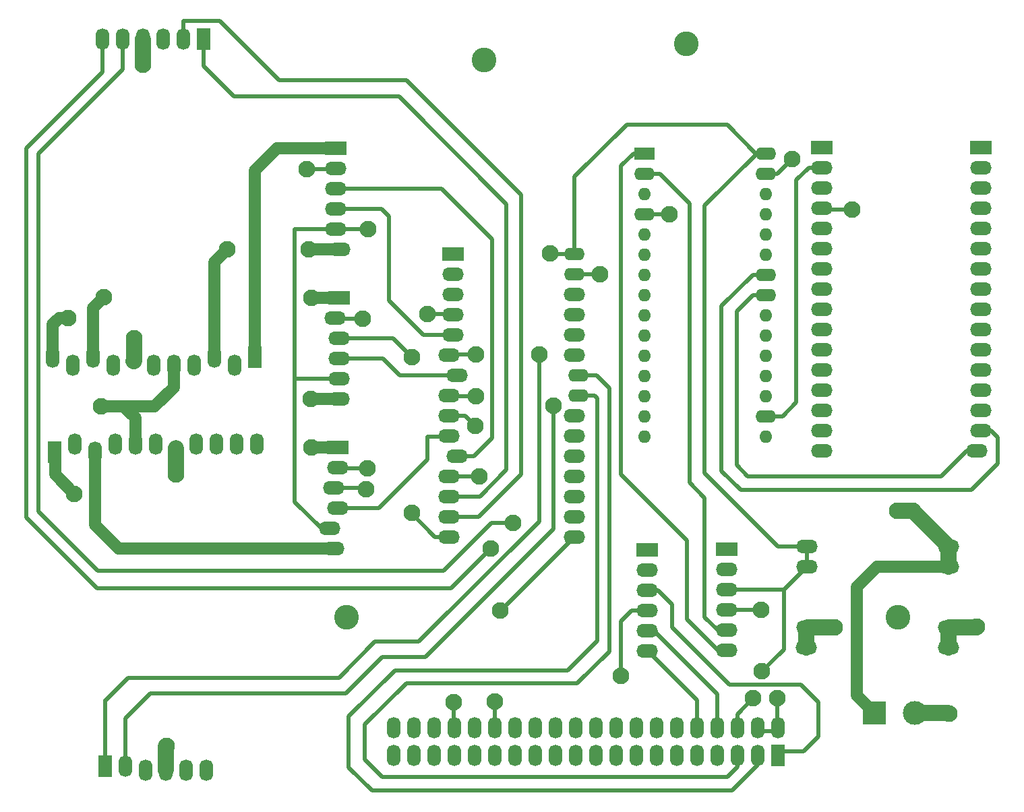
<source format=gbr>
%TF.GenerationSoftware,KiCad,Pcbnew,(5.1.10)-1*%
%TF.CreationDate,2021-09-16T12:18:45+00:00*%
%TF.ProjectId,LMR,4c4d522e-6b69-4636-9164-5f7063625858,rev?*%
%TF.SameCoordinates,Original*%
%TF.FileFunction,Copper,L2,Bot*%
%TF.FilePolarity,Positive*%
%FSLAX46Y46*%
G04 Gerber Fmt 4.6, Leading zero omitted, Abs format (unit mm)*
G04 Created by KiCad (PCBNEW (5.1.10)-1) date 2021-09-16 12:18:45*
%MOMM*%
%LPD*%
G01*
G04 APERTURE LIST*
%TA.AperFunction,ComponentPad*%
%ADD10C,3.000000*%
%TD*%
%TA.AperFunction,ComponentPad*%
%ADD11R,3.000000X3.000000*%
%TD*%
%TA.AperFunction,ComponentPad*%
%ADD12O,1.700000X2.700000*%
%TD*%
%TA.AperFunction,ComponentPad*%
%ADD13R,1.700000X2.700000*%
%TD*%
%TA.AperFunction,ComponentPad*%
%ADD14O,2.700000X1.700000*%
%TD*%
%TA.AperFunction,ComponentPad*%
%ADD15R,2.700000X1.700000*%
%TD*%
%TA.AperFunction,ComponentPad*%
%ADD16O,1.600000X1.600000*%
%TD*%
%TA.AperFunction,ComponentPad*%
%ADD17O,2.600000X1.600000*%
%TD*%
%TA.AperFunction,ComponentPad*%
%ADD18R,2.600000X1.600000*%
%TD*%
%TA.AperFunction,ViaPad*%
%ADD19C,3.100000*%
%TD*%
%TA.AperFunction,ViaPad*%
%ADD20C,2.100000*%
%TD*%
%TA.AperFunction,Conductor*%
%ADD21C,0.500000*%
%TD*%
%TA.AperFunction,Conductor*%
%ADD22C,2.000000*%
%TD*%
%TA.AperFunction,Conductor*%
%ADD23C,1.500000*%
%TD*%
G04 APERTURE END LIST*
D10*
%TO.P,J5,2*%
%TO.N,GND*%
X9880000Y-102200000D03*
D11*
%TO.P,J5,1*%
%TO.N,VCC*%
X4800000Y-102200000D03*
%TD*%
D12*
%TO.P,J4,40*%
%TO.N,Net-(J4-Pad40)*%
X-55610000Y-104060000D03*
%TO.P,J4,39*%
%TO.N,GND*%
X-55610000Y-107600000D03*
%TO.P,J4,38*%
%TO.N,Net-(J4-Pad38)*%
X-53070000Y-104060000D03*
%TO.P,J4,37*%
%TO.N,Net-(J4-Pad37)*%
X-53070000Y-107600000D03*
%TO.P,J4,36*%
%TO.N,Net-(J4-Pad36)*%
X-50530000Y-104060000D03*
%TO.P,J4,35*%
%TO.N,Net-(J4-Pad35)*%
X-50530000Y-107600000D03*
%TO.P,J4,34*%
%TO.N,GND*%
X-47990000Y-104060000D03*
%TO.P,J4,33*%
%TO.N,Net-(J4-Pad33)*%
X-47990000Y-107600000D03*
%TO.P,J4,32*%
%TO.N,Net-(J4-Pad32)*%
X-45450000Y-104060000D03*
%TO.P,J4,31*%
%TO.N,Net-(J4-Pad31)*%
X-45450000Y-107600000D03*
%TO.P,J4,30*%
%TO.N,GND*%
X-42910000Y-104060000D03*
%TO.P,J4,29*%
%TO.N,Net-(J4-Pad29)*%
X-42910000Y-107600000D03*
%TO.P,J4,28*%
%TO.N,Net-(J4-Pad28)*%
X-40370000Y-104060000D03*
%TO.P,J4,27*%
%TO.N,Net-(J4-Pad27)*%
X-40370000Y-107600000D03*
%TO.P,J4,26*%
%TO.N,Net-(J4-Pad26)*%
X-37830000Y-104060000D03*
%TO.P,J4,25*%
%TO.N,GND*%
X-37830000Y-107600000D03*
%TO.P,J4,24*%
%TO.N,Net-(J4-Pad24)*%
X-35290000Y-104060000D03*
%TO.P,J4,23*%
%TO.N,Net-(J4-Pad23)*%
X-35290000Y-107600000D03*
%TO.P,J4,22*%
%TO.N,Net-(J4-Pad22)*%
X-32750000Y-104060000D03*
%TO.P,J4,21*%
%TO.N,Net-(J4-Pad21)*%
X-32750000Y-107600000D03*
%TO.P,J4,20*%
%TO.N,GND*%
X-30210000Y-104060000D03*
%TO.P,J4,19*%
%TO.N,Net-(J4-Pad19)*%
X-30210000Y-107600000D03*
%TO.P,J4,18*%
%TO.N,Net-(J4-Pad18)*%
X-27670000Y-104060000D03*
%TO.P,J4,17*%
%TO.N,+3V3*%
X-27670000Y-107600000D03*
%TO.P,J4,16*%
%TO.N,Net-(J4-Pad16)*%
X-25130000Y-104060000D03*
%TO.P,J4,15*%
%TO.N,Net-(J4-Pad15)*%
X-25130000Y-107600000D03*
%TO.P,J4,14*%
%TO.N,GND*%
X-22590000Y-104060000D03*
%TO.P,J4,13*%
%TO.N,Net-(J4-Pad13)*%
X-22590000Y-107600000D03*
%TO.P,J4,12*%
%TO.N,Net-(J4-Pad12)*%
X-20050000Y-104060000D03*
%TO.P,J4,11*%
%TO.N,Net-(J4-Pad11)*%
X-20050000Y-107600000D03*
%TO.P,J4,10*%
%TO.N,RXD*%
X-17510000Y-104060000D03*
%TO.P,J4,9*%
%TO.N,GND*%
X-17510000Y-107600000D03*
%TO.P,J4,8*%
%TO.N,TXD*%
X-14970000Y-104060000D03*
%TO.P,J4,7*%
%TO.N,Net-(J4-Pad7)*%
X-14970000Y-107600000D03*
%TO.P,J4,6*%
%TO.N,GND*%
X-12430000Y-104060000D03*
%TO.P,J4,5*%
%TO.N,SCL*%
X-12430000Y-107600000D03*
%TO.P,J4,4*%
%TO.N,+5V*%
X-9890000Y-104060000D03*
%TO.P,J4,3*%
%TO.N,SDA*%
X-9890000Y-107600000D03*
%TO.P,J4,2*%
%TO.N,+5V*%
X-7350000Y-104060000D03*
D13*
%TO.P,J4,1*%
%TO.N,+3V3*%
X-7350000Y-107600000D03*
%TD*%
D14*
%TO.P,U5,4*%
%TO.N,GND*%
X-3718320Y-94031400D03*
%TO.P,U5,8*%
%TO.N,VCC*%
X14151680Y-81311400D03*
%TO.P,U5,6*%
%TO.N,GND*%
X14151680Y-91471400D03*
%TO.P,U5,7*%
%TO.N,VCC*%
X14151680Y-83851400D03*
%TO.P,U5,2*%
%TO.N,+5V*%
X-3668320Y-83861400D03*
%TO.P,U5,1*%
X-3668320Y-81321400D03*
%TO.P,U5,3*%
%TO.N,GND*%
X-3668320Y-91481400D03*
%TO.P,U5,5*%
X14111680Y-94021400D03*
%TD*%
%TO.P,U4,21*%
%TO.N,Net-(U4-Pad21)*%
X18200000Y-59140000D03*
%TO.P,U4,22*%
%TO.N,Net-(U4-Pad22)*%
X18200000Y-56600000D03*
%TO.P,U4,29*%
%TO.N,Net-(U4-Pad29)*%
X18200000Y-38820000D03*
%TO.P,U4,28*%
%TO.N,Net-(U4-Pad28)*%
X18200000Y-41360000D03*
%TO.P,U4,31*%
%TO.N,Net-(U4-Pad31)*%
X18200000Y-33740000D03*
%TO.P,U4,23*%
%TO.N,Net-(U4-Pad23)*%
X18200000Y-54060000D03*
%TO.P,U4,30*%
%TO.N,Net-(U4-Pad30)*%
X18200000Y-36280000D03*
%TO.P,U4,24*%
%TO.N,Net-(U4-Pad24)*%
X18200000Y-51520000D03*
%TO.P,U4,19*%
%TO.N,Net-(U4-Pad19)*%
X18200000Y-64220000D03*
D15*
%TO.P,U4,32*%
%TO.N,Net-(U4-Pad32)*%
X18200000Y-31200000D03*
D14*
%TO.P,U4,20*%
%TO.N,Net-(U4-Pad20)*%
X18200000Y-61680000D03*
%TO.P,U4,26*%
%TO.N,Net-(U4-Pad26)*%
X18200000Y-46440000D03*
%TO.P,U4,17*%
%TO.N,SDA_IMU*%
X17700000Y-69300000D03*
%TO.P,U4,25*%
%TO.N,Net-(U4-Pad25)*%
X18200000Y-48980000D03*
%TO.P,U4,27*%
%TO.N,Net-(U4-Pad27)*%
X18200000Y-43900000D03*
%TO.P,U4,18*%
%TO.N,SCL_IMU*%
X18200000Y-66760000D03*
%TO.P,U4,16*%
%TO.N,Net-(U4-Pad16)*%
X-1800000Y-69300000D03*
%TO.P,U4,15*%
%TO.N,Net-(U4-Pad15)*%
X-1800000Y-66760000D03*
%TO.P,U4,14*%
%TO.N,Net-(U4-Pad14)*%
X-1800000Y-64220000D03*
%TO.P,U4,13*%
%TO.N,Net-(U4-Pad13)*%
X-1800000Y-61680000D03*
%TO.P,U4,12*%
%TO.N,Net-(U4-Pad12)*%
X-1800000Y-59140000D03*
%TO.P,U4,11*%
%TO.N,Net-(U4-Pad11)*%
X-1800000Y-56600000D03*
%TO.P,U4,10*%
%TO.N,Net-(U4-Pad10)*%
X-1800000Y-54060000D03*
%TO.P,U4,9*%
%TO.N,Net-(U4-Pad9)*%
X-1800000Y-51520000D03*
%TO.P,U4,8*%
%TO.N,Net-(U4-Pad8)*%
X-1800000Y-48980000D03*
%TO.P,U4,7*%
%TO.N,Net-(U4-Pad7)*%
X-1800000Y-46440000D03*
%TO.P,U4,6*%
%TO.N,Net-(U4-Pad6)*%
X-1800000Y-43900000D03*
%TO.P,U4,5*%
%TO.N,Net-(U4-Pad5)*%
X-1800000Y-41360000D03*
%TO.P,U4,4*%
%TO.N,GND*%
X-1800000Y-38820000D03*
%TO.P,U4,3*%
%TO.N,Net-(U4-Pad3)*%
X-1800000Y-36280000D03*
%TO.P,U4,2*%
%TO.N,+3.3VA*%
X-1800000Y-33740000D03*
D15*
%TO.P,U4,1*%
%TO.N,Net-(U4-Pad1)*%
X-1800000Y-31200000D03*
%TD*%
D14*
%TO.P,U3,8*%
%TO.N,RXA*%
X-13709120Y-91842120D03*
%TO.P,U3,7*%
%TO.N,TXA*%
X-13709120Y-94382120D03*
%TO.P,U3,10*%
%TO.N,+5V*%
X-13709120Y-86762120D03*
%TO.P,U3,11*%
%TO.N,Net-(U3-Pad11)*%
X-13709120Y-84222120D03*
%TO.P,U3,9*%
%TO.N,GND*%
X-13709120Y-89302120D03*
D15*
%TO.P,U3,12*%
%TO.N,Net-(U3-Pad12)*%
X-13709120Y-81682120D03*
D14*
%TO.P,U3,6*%
%TO.N,RXD*%
X-23709120Y-94432120D03*
%TO.P,U3,5*%
%TO.N,TXD*%
X-23709120Y-91892120D03*
%TO.P,U3,4*%
%TO.N,GND*%
X-23709120Y-89352120D03*
%TO.P,U3,3*%
%TO.N,+3V3*%
X-23709120Y-86812120D03*
%TO.P,U3,2*%
%TO.N,Net-(U3-Pad2)*%
X-23709120Y-84272120D03*
D15*
%TO.P,U3,1*%
%TO.N,Net-(U3-Pad1)*%
X-23709120Y-81732120D03*
%TD*%
D12*
%TO.P,U2,16*%
%TO.N,Motor1_PWM2*%
X-81975000Y-17575000D03*
%TO.P,U2,15*%
%TO.N,Net-(U2-Pad15)*%
X-84515000Y-17575000D03*
%TO.P,U2,14*%
%TO.N,GND*%
X-87055000Y-17575000D03*
%TO.P,U2,13*%
%TO.N,Motor2_PWM1*%
X-89595000Y-17575000D03*
%TO.P,U2,12*%
%TO.N,Motor2_PWM2*%
X-92135000Y-17575000D03*
D13*
%TO.P,U2,17*%
%TO.N,Motor1_PWM1*%
X-79435000Y-17575000D03*
D12*
%TO.P,U2,11*%
%TO.N,Motor2_M2*%
X-98420000Y-57560000D03*
%TO.P,U2,10*%
%TO.N,Net-(U2-Pad10)*%
X-95880000Y-58560000D03*
%TO.P,U2,9*%
%TO.N,Motor2_M1*%
X-93340000Y-57560000D03*
%TO.P,U2,8*%
%TO.N,Net-(U2-Pad8)*%
X-90800000Y-58560000D03*
%TO.P,U2,7*%
%TO.N,GND*%
X-88260000Y-57560000D03*
%TO.P,U2,6*%
%TO.N,Net-(U2-Pad6)*%
X-85720000Y-58560000D03*
%TO.P,U2,5*%
%TO.N,VCC*%
X-83180000Y-58560000D03*
%TO.P,U2,4*%
%TO.N,Net-(U2-Pad4)*%
X-80640000Y-58560000D03*
%TO.P,U2,3*%
%TO.N,Motor1_M2*%
X-78100000Y-57560000D03*
%TO.P,U2,2*%
%TO.N,Net-(U2-Pad2)*%
X-75560000Y-58560000D03*
D13*
%TO.P,U2,1*%
%TO.N,Motor1_M1*%
X-73020000Y-57560000D03*
%TD*%
D12*
%TO.P,U1,16*%
%TO.N,Motor3_PWM2*%
X-89225000Y-108925000D03*
%TO.P,U1,15*%
%TO.N,Net-(U1-Pad15)*%
X-86685000Y-109425000D03*
%TO.P,U1,14*%
%TO.N,GND*%
X-84145000Y-109425000D03*
%TO.P,U1,13*%
%TO.N,Net-(U1-Pad13)*%
X-81605000Y-109425000D03*
%TO.P,U1,12*%
%TO.N,Net-(U1-Pad12)*%
X-79065000Y-109425000D03*
D13*
%TO.P,U1,17*%
%TO.N,Motor3_PWM1*%
X-91765000Y-108925000D03*
D12*
%TO.P,U1,11*%
%TO.N,Net-(U1-Pad11)*%
X-72780000Y-68440000D03*
%TO.P,U1,10*%
%TO.N,Net-(U1-Pad10)*%
X-75320000Y-68440000D03*
%TO.P,U1,9*%
%TO.N,Net-(U1-Pad9)*%
X-77860000Y-68440000D03*
%TO.P,U1,8*%
%TO.N,Net-(U1-Pad8)*%
X-80400000Y-68440000D03*
%TO.P,U1,7*%
%TO.N,GND*%
X-82940000Y-69440000D03*
%TO.P,U1,6*%
%TO.N,Net-(U1-Pad6)*%
X-85480000Y-68440000D03*
%TO.P,U1,5*%
%TO.N,VCC*%
X-88020000Y-68440000D03*
%TO.P,U1,4*%
%TO.N,Net-(U1-Pad4)*%
X-90560000Y-68440000D03*
%TO.P,U1,3*%
%TO.N,Motor3_M2*%
X-93100000Y-69440000D03*
%TO.P,U1,2*%
%TO.N,Net-(U1-Pad2)*%
X-95640000Y-68440000D03*
D13*
%TO.P,U1,1*%
%TO.N,Motor3_M1*%
X-98180000Y-69440000D03*
%TD*%
D14*
%TO.P,J3,6*%
%TO.N,Motor3_M2*%
X-63101600Y-81600200D03*
%TO.P,J3,5*%
%TO.N,+5V*%
X-63601600Y-79060200D03*
%TO.P,J3,4*%
%TO.N,Motor3_A*%
X-62601600Y-76520200D03*
%TO.P,J3,3*%
%TO.N,Motor3_B*%
X-63101600Y-73980200D03*
%TO.P,J3,2*%
%TO.N,GND*%
X-62601600Y-71440200D03*
D15*
%TO.P,J3,1*%
%TO.N,Motor3_M1*%
X-62601600Y-68900200D03*
%TD*%
D14*
%TO.P,J2,6*%
%TO.N,Motor2_M2*%
X-62439040Y-62768640D03*
%TO.P,J2,5*%
%TO.N,+5V*%
X-62439040Y-60228640D03*
%TO.P,J2,4*%
%TO.N,Motor2_A*%
X-62439040Y-57688640D03*
%TO.P,J2,3*%
%TO.N,Motor2_B*%
X-62439040Y-55148640D03*
%TO.P,J2,2*%
%TO.N,GND*%
X-62939040Y-52608640D03*
D15*
%TO.P,J2,1*%
%TO.N,Motor2_M1*%
X-62439040Y-50068640D03*
%TD*%
D14*
%TO.P,J1,6*%
%TO.N,Motor1_M2*%
X-62352680Y-43987880D03*
%TO.P,J1,5*%
%TO.N,+5V*%
X-62852680Y-41447880D03*
%TO.P,J1,4*%
%TO.N,Motor1_A*%
X-62852680Y-38907880D03*
%TO.P,J1,3*%
%TO.N,Motor1_B*%
X-62852680Y-36367880D03*
%TO.P,J1,2*%
%TO.N,GND*%
X-62852680Y-33827880D03*
D15*
%TO.P,J1,1*%
%TO.N,Motor1_M1*%
X-62852680Y-31287880D03*
%TD*%
D16*
%TO.P,A2,16*%
%TO.N,Net-(A2-Pad16)*%
X-8845040Y-67487800D03*
%TO.P,A2,15*%
%TO.N,Net-(A2-Pad15)*%
X-24085040Y-67487800D03*
D17*
%TO.P,A2,30*%
%TO.N,+5V*%
X-8845040Y-31927800D03*
D16*
%TO.P,A2,14*%
%TO.N,Net-(A2-Pad14)*%
X-24085040Y-64947800D03*
D17*
%TO.P,A2,29*%
%TO.N,GND*%
X-8845040Y-34467800D03*
D16*
%TO.P,A2,13*%
%TO.N,Net-(A2-Pad13)*%
X-24085040Y-62407800D03*
%TO.P,A2,28*%
%TO.N,Net-(A2-Pad28)*%
X-8845040Y-37007800D03*
%TO.P,A2,12*%
%TO.N,Net-(A2-Pad12)*%
X-24085040Y-59867800D03*
%TO.P,A2,27*%
%TO.N,Net-(A2-Pad27)*%
X-8845040Y-39547800D03*
%TO.P,A2,11*%
%TO.N,Net-(A2-Pad11)*%
X-24085040Y-57327800D03*
%TO.P,A2,26*%
%TO.N,Net-(A2-Pad26)*%
X-8845040Y-42087800D03*
%TO.P,A2,10*%
%TO.N,Net-(A2-Pad10)*%
X-24085040Y-54787800D03*
%TO.P,A2,25*%
%TO.N,Net-(A2-Pad25)*%
X-8845040Y-44627800D03*
%TO.P,A2,9*%
%TO.N,Net-(A2-Pad9)*%
X-24085040Y-52247800D03*
D17*
%TO.P,A2,24*%
%TO.N,SCL_IMU*%
X-8845040Y-47167800D03*
D16*
%TO.P,A2,8*%
%TO.N,Net-(A2-Pad8)*%
X-24085040Y-49707800D03*
D17*
%TO.P,A2,23*%
%TO.N,SDA_IMU*%
X-8845040Y-49707800D03*
D16*
%TO.P,A2,7*%
%TO.N,Net-(A2-Pad7)*%
X-24085040Y-47167800D03*
%TO.P,A2,22*%
%TO.N,Net-(A2-Pad22)*%
X-8845040Y-52247800D03*
%TO.P,A2,6*%
%TO.N,Net-(A2-Pad6)*%
X-24085040Y-44627800D03*
%TO.P,A2,21*%
%TO.N,Net-(A2-Pad21)*%
X-8845040Y-54787800D03*
%TO.P,A2,5*%
%TO.N,Net-(A2-Pad5)*%
X-24085040Y-42087800D03*
%TO.P,A2,20*%
%TO.N,Net-(A2-Pad20)*%
X-8845040Y-57327800D03*
D17*
%TO.P,A2,4*%
%TO.N,GND*%
X-24085040Y-39547800D03*
D16*
%TO.P,A2,19*%
%TO.N,Net-(A2-Pad19)*%
X-8845040Y-59867800D03*
%TO.P,A2,3*%
%TO.N,Net-(A2-Pad3)*%
X-24085040Y-37007800D03*
%TO.P,A2,18*%
%TO.N,Net-(A2-Pad18)*%
X-8845040Y-62407800D03*
D17*
%TO.P,A2,2*%
%TO.N,RXA*%
X-24085040Y-34467800D03*
%TO.P,A2,17*%
%TO.N,+3.3VA*%
X-8845040Y-64947800D03*
D18*
%TO.P,A2,1*%
%TO.N,TXA*%
X-24085040Y-31927800D03*
%TD*%
D14*
%TO.P,A1,16*%
%TO.N,Motor3_B*%
X-32858800Y-80129600D03*
%TO.P,A1,15*%
%TO.N,Motor2_B*%
X-48598800Y-80129600D03*
D17*
%TO.P,A1,30*%
%TO.N,+5V*%
X-32858800Y-44569600D03*
D14*
%TO.P,A1,14*%
%TO.N,Motor1_PWM2*%
X-48598800Y-77589600D03*
D17*
%TO.P,A1,29*%
%TO.N,GND*%
X-32858800Y-47109600D03*
D14*
%TO.P,A1,13*%
%TO.N,Motor1_PWM1*%
X-48598800Y-75049600D03*
%TO.P,A1,28*%
%TO.N,Net-(A1-Pad28)*%
X-32858800Y-49649600D03*
%TO.P,A1,12*%
%TO.N,Motor2_PWM2*%
X-48598800Y-72509600D03*
%TO.P,A1,27*%
%TO.N,Net-(A1-Pad27)*%
X-32858800Y-52189600D03*
%TO.P,A1,11*%
%TO.N,Motor1_B*%
X-47598800Y-69969600D03*
%TO.P,A1,26*%
%TO.N,Net-(A1-Pad26)*%
X-32858800Y-54729600D03*
%TO.P,A1,10*%
%TO.N,Motor3_A*%
X-48598800Y-67429600D03*
%TO.P,A1,25*%
%TO.N,Net-(A1-Pad25)*%
X-32858800Y-57269600D03*
%TO.P,A1,9*%
%TO.N,Motor2_PWM1*%
X-48598800Y-64889600D03*
D17*
%TO.P,A1,24*%
%TO.N,SCL*%
X-32358800Y-59809600D03*
D14*
%TO.P,A1,8*%
%TO.N,Motor3_PWM2*%
X-48598800Y-62349600D03*
D17*
%TO.P,A1,23*%
%TO.N,SDA*%
X-32358800Y-62349600D03*
D14*
%TO.P,A1,7*%
%TO.N,Motor2_A*%
X-47598800Y-59809600D03*
%TO.P,A1,22*%
%TO.N,Net-(A1-Pad22)*%
X-32858800Y-64889600D03*
%TO.P,A1,6*%
%TO.N,Motor3_PWM1*%
X-48598800Y-57269600D03*
%TO.P,A1,21*%
%TO.N,Net-(A1-Pad21)*%
X-32858800Y-67429600D03*
%TO.P,A1,5*%
%TO.N,Motor1_A*%
X-48098800Y-54729600D03*
%TO.P,A1,20*%
%TO.N,Net-(A1-Pad20)*%
X-32858800Y-69969600D03*
%TO.P,A1,4*%
%TO.N,GND*%
X-48098800Y-52189600D03*
%TO.P,A1,19*%
%TO.N,Net-(A1-Pad19)*%
X-32858800Y-72509600D03*
%TO.P,A1,3*%
%TO.N,Net-(A1-Pad3)*%
X-48098800Y-49649600D03*
%TO.P,A1,18*%
%TO.N,Net-(A1-Pad18)*%
X-32858800Y-75049600D03*
%TO.P,A1,2*%
%TO.N,Net-(A1-Pad2)*%
X-48098800Y-47109600D03*
%TO.P,A1,17*%
%TO.N,Net-(A1-Pad17)*%
X-32858800Y-77589600D03*
D15*
%TO.P,A1,1*%
%TO.N,Net-(A1-Pad1)*%
X-48098800Y-44569600D03*
%TD*%
D19*
%TO.N,*%
X-44200000Y-20200000D03*
X7800000Y-90200000D03*
X-61500000Y-90200000D03*
X-18800000Y-18200000D03*
D20*
%TO.N,Motor3_B*%
X-42200000Y-89400002D03*
X-59000000Y-74100006D03*
%TO.N,Motor2_B*%
X-53300000Y-57500006D03*
X-53300002Y-77100000D03*
%TO.N,+5V*%
X-35900000Y-44500000D03*
X-58800000Y-41447880D03*
X-9300000Y-97000000D03*
X-7400000Y-100400000D03*
%TO.N,GND*%
X-87100000Y-20800000D03*
X-84100000Y-106400000D03*
X-48000000Y-100900000D03*
X-42900000Y-100800000D03*
X-10400000Y-100400000D03*
X-200000Y-91500000D03*
X17700000Y-91400000D03*
X14200000Y-102300000D03*
X-82900000Y-72300000D03*
X-88200000Y-55200000D03*
X-66500000Y-33900000D03*
X-51300000Y-52100000D03*
X-59500000Y-52700000D03*
X-58900000Y-71500000D03*
X-29700000Y-47100000D03*
X-20900000Y-39600000D03*
X-5500000Y-32600000D03*
X2000000Y-39000000D03*
X-27000000Y-97600000D03*
X-9400000Y-89300000D03*
%TO.N,Motor2_PWM2*%
X-43400001Y-81599999D03*
X-44800000Y-72500000D03*
%TO.N,Motor2_PWM1*%
X-45300000Y-66200000D03*
X-40600000Y-78400000D03*
%TO.N,Motor3_PWM2*%
X-35499996Y-63600000D03*
X-45200000Y-62400000D03*
%TO.N,Motor3_PWM1*%
X-37300000Y-57200000D03*
X-45200000Y-57200000D03*
%TO.N,Motor1_M2*%
X-76500000Y-44000000D03*
X-66200000Y-44000000D03*
%TO.N,Motor2_M2*%
X-66000000Y-62800000D03*
X-96500000Y-52600000D03*
%TO.N,Motor2_M1*%
X-92000000Y-50000000D03*
X-65900000Y-50068640D03*
%TO.N,Motor3_M1*%
X-65900000Y-68900200D03*
X-95699800Y-74700200D03*
%TO.N,VCC*%
X9640280Y-76800000D03*
X7700000Y-76800000D03*
X-92300000Y-63700000D03*
%TD*%
D21*
%TO.N,Motor3_B*%
X-32858800Y-80129600D02*
X-42129202Y-89400002D01*
X-42129202Y-89400002D02*
X-42200000Y-89400002D01*
X-63101600Y-73980200D02*
X-59119806Y-73980200D01*
X-59119806Y-73980200D02*
X-59000000Y-74100006D01*
%TO.N,Motor2_B*%
X-62939040Y-55148640D02*
X-55651366Y-55148640D01*
X-55651366Y-55148640D02*
X-53300000Y-57500006D01*
X-53300002Y-77199998D02*
X-53300002Y-77100000D01*
X-50370400Y-80129600D02*
X-53300002Y-77199998D01*
X-48098800Y-80129600D02*
X-50370400Y-80129600D01*
%TO.N,+5V*%
X-6569040Y-86762120D02*
X-3668320Y-83861400D01*
X-3668320Y-83861400D02*
X-3668320Y-81321400D01*
X-13709120Y-86762120D02*
X-6569040Y-86762120D01*
X-35830400Y-44569600D02*
X-35900000Y-44500000D01*
X-32858800Y-44569600D02*
X-35830400Y-44569600D01*
X-58800000Y-41447880D02*
X-62852680Y-41447880D01*
X-68000000Y-60228640D02*
X-62939040Y-60228640D01*
X-68000000Y-41447880D02*
X-68000000Y-60228640D01*
X-62852680Y-41447880D02*
X-68000000Y-41447880D01*
X-64639800Y-79060200D02*
X-63101600Y-79060200D01*
X-68000000Y-75700000D02*
X-64639800Y-79060200D01*
X-68000000Y-60228640D02*
X-68000000Y-75700000D01*
X-7278600Y-81321400D02*
X-3668320Y-81321400D01*
X-16500000Y-72100000D02*
X-7278600Y-81321400D01*
X-16500000Y-38500000D02*
X-16500000Y-72100000D01*
X-9927800Y-31927800D02*
X-16500000Y-38500000D01*
X-8845040Y-31927800D02*
X-9927800Y-31927800D01*
X-32858800Y-34858800D02*
X-32858800Y-44569600D01*
X-26300000Y-28300000D02*
X-32858800Y-34858800D01*
X-13700000Y-28300000D02*
X-26300000Y-28300000D01*
X-10072200Y-31927800D02*
X-13700000Y-28300000D01*
X-8845040Y-31927800D02*
X-10072200Y-31927800D01*
X-7400000Y-104510000D02*
X-7350000Y-104560000D01*
X-7400000Y-100400000D02*
X-7400000Y-104510000D01*
X-7350000Y-104560000D02*
X-9890000Y-104560000D01*
X-6569040Y-94269040D02*
X-9300000Y-97000000D01*
X-6569040Y-86762120D02*
X-6569040Y-94269040D01*
%TO.N,Motor1_PWM2*%
X-81975000Y-15300000D02*
X-81975000Y-17575000D01*
X-77400000Y-15300000D02*
X-81975000Y-15300000D01*
X-70000000Y-22700000D02*
X-77400000Y-15300000D01*
X-54000000Y-22700000D02*
X-70000000Y-22700000D01*
X-39600000Y-37100000D02*
X-54000000Y-22700000D01*
X-39600000Y-72300000D02*
X-39600000Y-37100000D01*
X-44889600Y-77589600D02*
X-39600000Y-72300000D01*
X-48098800Y-77589600D02*
X-44889600Y-77589600D01*
%TO.N,GND*%
X-84100000Y-109380000D02*
X-84145000Y-109425000D01*
X-12430000Y-102430000D02*
X-12430000Y-104560000D01*
X-10400000Y-100400000D02*
X-12430000Y-102430000D01*
X-48000000Y-104550000D02*
X-47990000Y-104560000D01*
X-48000000Y-100900000D02*
X-48000000Y-104550000D01*
X-42900000Y-104550000D02*
X-42910000Y-104560000D01*
X-42900000Y-100800000D02*
X-42900000Y-104550000D01*
X-3649720Y-91500000D02*
X-3668320Y-91481400D01*
X-3668320Y-93981400D02*
X-3718320Y-94031400D01*
X14223080Y-91400000D02*
X14151680Y-91471400D01*
X14151680Y-93981400D02*
X14111680Y-94021400D01*
X9980000Y-102300000D02*
X9880000Y-102200000D01*
X-82900000Y-68980000D02*
X-82940000Y-68940000D01*
X-62924800Y-33900000D02*
X-62852680Y-33827880D01*
X-66500000Y-33900000D02*
X-62924800Y-33900000D01*
X-62847680Y-52700000D02*
X-62939040Y-52608640D01*
X-59500000Y-52700000D02*
X-62847680Y-52700000D01*
X-48188400Y-52100000D02*
X-48098800Y-52189600D01*
X-51300000Y-52100000D02*
X-48188400Y-52100000D01*
X-63041800Y-71500000D02*
X-63101600Y-71440200D01*
X-32849200Y-47100000D02*
X-32858800Y-47109600D01*
X-29700000Y-47100000D02*
X-32849200Y-47100000D01*
X-24032840Y-39600000D02*
X-24085040Y-39547800D01*
X-20900000Y-39600000D02*
X-24032840Y-39600000D01*
X-7367800Y-34467800D02*
X-5500000Y-32600000D01*
X-8845040Y-34467800D02*
X-7367800Y-34467800D01*
X-1620000Y-39000000D02*
X-1800000Y-38820000D01*
X2000000Y-39000000D02*
X-1620000Y-39000000D01*
X-27000000Y-97600000D02*
X-27000000Y-90700000D01*
X-25652120Y-89352120D02*
X-23709120Y-89352120D01*
X-27000000Y-90700000D02*
X-25652120Y-89352120D01*
D22*
X-82940000Y-72260000D02*
X-82900000Y-72300000D01*
X-82940000Y-68940000D02*
X-82940000Y-72260000D01*
X-88200000Y-58000000D02*
X-88260000Y-58060000D01*
X-88200000Y-55200000D02*
X-88200000Y-58000000D01*
X-87100000Y-17620000D02*
X-87055000Y-17575000D01*
X-87100000Y-20800000D02*
X-87100000Y-17620000D01*
X-84145000Y-106445000D02*
X-84100000Y-106400000D01*
X-84145000Y-109425000D02*
X-84145000Y-106445000D01*
X14100000Y-102200000D02*
X14200000Y-102300000D01*
X9880000Y-102200000D02*
X14100000Y-102200000D01*
X14111680Y-91511400D02*
X14151680Y-91471400D01*
X14111680Y-94021400D02*
X14111680Y-91511400D01*
X17628600Y-91471400D02*
X17700000Y-91400000D01*
X14151680Y-91471400D02*
X17628600Y-91471400D01*
X-3718320Y-91531400D02*
X-3668320Y-91481400D01*
X-3718320Y-94031400D02*
X-3718320Y-91531400D01*
X-218600Y-91481400D02*
X-200000Y-91500000D01*
X-3668320Y-91481400D02*
X-218600Y-91481400D01*
D21*
X-58900000Y-71500000D02*
X-63041800Y-71500000D01*
X-9402120Y-89302120D02*
X-9400000Y-89300000D01*
X-13709120Y-89302120D02*
X-9402120Y-89302120D01*
%TO.N,Motor1_PWM1*%
X-79435000Y-20965000D02*
X-75600000Y-24800000D01*
X-79435000Y-17575000D02*
X-79435000Y-20965000D01*
X-44749600Y-75049600D02*
X-48098800Y-75049600D01*
X-41400000Y-71700000D02*
X-44749600Y-75049600D01*
X-41400000Y-38300000D02*
X-41400000Y-71700000D01*
X-54900000Y-24800000D02*
X-41400000Y-38300000D01*
X-75600000Y-24800000D02*
X-54900000Y-24800000D01*
%TO.N,Motor2_PWM2*%
X-48089200Y-72500000D02*
X-48098800Y-72509600D01*
X-44800000Y-72500000D02*
X-48089200Y-72500000D01*
X-101700000Y-77700000D02*
X-92800000Y-86600000D01*
X-101700000Y-31300000D02*
X-101700000Y-77700000D01*
X-48400002Y-86600000D02*
X-43400001Y-81599999D01*
X-92135000Y-21735000D02*
X-101700000Y-31300000D01*
X-92800000Y-86600000D02*
X-48400002Y-86600000D01*
X-92135000Y-17575000D02*
X-92135000Y-21735000D01*
%TO.N,Motor1_B*%
X-49532120Y-36367880D02*
X-62852680Y-36367880D01*
X-43200000Y-42700000D02*
X-49532120Y-36367880D01*
X-43200000Y-67700000D02*
X-43200000Y-42700000D01*
X-45469600Y-69969600D02*
X-43200000Y-67700000D01*
X-48098800Y-69969600D02*
X-45469600Y-69969600D01*
%TO.N,Motor3_A*%
X-51300000Y-70400000D02*
X-51300000Y-67500000D01*
X-57420200Y-76520200D02*
X-51300000Y-70400000D01*
X-63101600Y-76520200D02*
X-57420200Y-76520200D01*
X-48169200Y-67500000D02*
X-48098800Y-67429600D01*
X-51300000Y-67500000D02*
X-48169200Y-67500000D01*
%TO.N,Motor2_PWM1*%
X-46610400Y-64889600D02*
X-45300000Y-66200000D01*
X-48098800Y-64889600D02*
X-46610400Y-64889600D01*
X-49300000Y-84400000D02*
X-43300000Y-78400000D01*
X-43300000Y-78400000D02*
X-40600000Y-78400000D01*
X-92700000Y-84400000D02*
X-49300000Y-84400000D01*
X-100200000Y-76900000D02*
X-92700000Y-84400000D01*
X-100200000Y-32000000D02*
X-100200000Y-76900000D01*
X-89595000Y-21395000D02*
X-100200000Y-32000000D01*
X-89595000Y-17575000D02*
X-89595000Y-21395000D01*
%TO.N,SCL*%
X-32500000Y-98500000D02*
X-28500000Y-94500000D01*
X-54000000Y-98500000D02*
X-32500000Y-98500000D01*
X-28500000Y-94500000D02*
X-28500000Y-61400000D01*
X-59200000Y-108100000D02*
X-59200000Y-103700000D01*
X-59200000Y-103700000D02*
X-54000000Y-98500000D01*
X-57000000Y-110300000D02*
X-59200000Y-108100000D01*
X-30090400Y-59809600D02*
X-32858800Y-59809600D01*
X-28500000Y-61400000D02*
X-30090400Y-59809600D01*
X-13700000Y-110300000D02*
X-57000000Y-110300000D01*
X-12430000Y-109030000D02*
X-13700000Y-110300000D01*
X-12430000Y-107100000D02*
X-12430000Y-109030000D01*
%TO.N,Motor3_PWM2*%
X-48048400Y-62400000D02*
X-48098800Y-62349600D01*
X-45200000Y-62400000D02*
X-48048400Y-62400000D01*
X-35499996Y-79099996D02*
X-35499996Y-63600000D01*
X-51600000Y-95200000D02*
X-35499996Y-79099996D01*
X-89225000Y-109425000D02*
X-89225000Y-102925000D01*
X-51600000Y-95200000D02*
X-57000000Y-95200000D01*
X-61600000Y-99800000D02*
X-86100000Y-99800000D01*
X-57000000Y-95200000D02*
X-61600000Y-99800000D01*
X-89225000Y-102925000D02*
X-86100000Y-99800000D01*
%TO.N,SDA*%
X-30350400Y-62349600D02*
X-32858800Y-62349600D01*
X-30000000Y-93200000D02*
X-30000000Y-62700000D01*
X-33700000Y-96900000D02*
X-30000000Y-93200000D01*
X-55400000Y-96900000D02*
X-33700000Y-96900000D01*
X-61200000Y-109100000D02*
X-61200000Y-102700000D01*
X-61200000Y-102700000D02*
X-55400000Y-96900000D01*
X-58300000Y-112000000D02*
X-61200000Y-109100000D01*
X-13100000Y-112000000D02*
X-58300000Y-112000000D01*
X-30000000Y-62700000D02*
X-30350400Y-62349600D01*
X-9890000Y-108790000D02*
X-13100000Y-112000000D01*
X-9890000Y-107100000D02*
X-9890000Y-108790000D01*
%TO.N,Motor2_A*%
X-54790400Y-59809600D02*
X-48098800Y-59809600D01*
X-56911360Y-57688640D02*
X-54790400Y-59809600D01*
X-62939040Y-57688640D02*
X-56911360Y-57688640D01*
%TO.N,Motor3_PWM1*%
X-48029200Y-57200000D02*
X-48098800Y-57269600D01*
X-45200000Y-57200000D02*
X-48029200Y-57200000D01*
X-91765000Y-109425000D02*
X-91765000Y-100665000D01*
X-37300000Y-78200000D02*
X-37300000Y-57200000D01*
X-52400000Y-93300000D02*
X-37300000Y-78200000D01*
X-52400000Y-93300000D02*
X-57900000Y-93300000D01*
X-57900000Y-93300000D02*
X-62450000Y-97850000D01*
X-62450000Y-97850000D02*
X-88950000Y-97850000D01*
X-91800000Y-100700000D02*
X-88950000Y-97850000D01*
%TO.N,Motor1_A*%
X-51870400Y-54729600D02*
X-48098800Y-54729600D01*
X-56200000Y-39800000D02*
X-56200000Y-50400000D01*
X-57092120Y-38907880D02*
X-56200000Y-39800000D01*
X-56200000Y-50400000D02*
X-51870400Y-54729600D01*
X-62852680Y-38907880D02*
X-57092120Y-38907880D01*
%TO.N,SCL_IMU*%
X19460000Y-66760000D02*
X18200000Y-66760000D01*
X20300000Y-67600000D02*
X19460000Y-66760000D01*
X20300000Y-70900000D02*
X20300000Y-67600000D01*
X-14400000Y-71800000D02*
X-12000000Y-74200000D01*
X-14400000Y-51100000D02*
X-14400000Y-71800000D01*
X-12000000Y-74200000D02*
X17000000Y-74200000D01*
X-10467800Y-47167800D02*
X-14400000Y-51100000D01*
X17000000Y-74200000D02*
X20300000Y-70900000D01*
X-8845040Y-47167800D02*
X-10467800Y-47167800D01*
%TO.N,SDA_IMU*%
X-10407800Y-49707800D02*
X-8845040Y-49707800D01*
X-12500000Y-51800000D02*
X-10407800Y-49707800D01*
X-12500000Y-71100000D02*
X-12500000Y-51800000D01*
X-11100000Y-72500000D02*
X-12500000Y-71100000D01*
X13200000Y-72500000D02*
X-11100000Y-72500000D01*
X16400000Y-69300000D02*
X13200000Y-72500000D01*
X18200000Y-69300000D02*
X16400000Y-69300000D01*
%TO.N,RXA*%
X-14857880Y-91842120D02*
X-13709120Y-91842120D01*
X-16500000Y-90200000D02*
X-14857880Y-91842120D01*
X-16500000Y-75200000D02*
X-16500000Y-90200000D01*
X-18400000Y-73300000D02*
X-16500000Y-75200000D01*
X-18400000Y-38200000D02*
X-18400000Y-73300000D01*
X-22132200Y-34467800D02*
X-18400000Y-38200000D01*
X-24085040Y-34467800D02*
X-22132200Y-34467800D01*
%TO.N,+3.3VA*%
X-3440000Y-33740000D02*
X-1800000Y-33740000D01*
X-5000000Y-35300000D02*
X-3440000Y-33740000D01*
X-5000000Y-63200000D02*
X-5000000Y-35300000D01*
X-6747800Y-64947800D02*
X-5000000Y-63200000D01*
X-8845040Y-64947800D02*
X-6747800Y-64947800D01*
%TO.N,TXA*%
X-13709120Y-94382120D02*
X-13709120Y-94409120D01*
X-14817880Y-94382120D02*
X-13709120Y-94382120D01*
X-18700000Y-90500000D02*
X-14817880Y-94382120D01*
X-18700000Y-80600000D02*
X-18700000Y-90500000D01*
X-27000000Y-72300000D02*
X-18700000Y-80600000D01*
X-27000000Y-33500000D02*
X-27000000Y-72300000D01*
X-25427800Y-31927800D02*
X-27000000Y-33500000D01*
X-24085040Y-31927800D02*
X-25427800Y-31927800D01*
D23*
%TO.N,Motor1_M2*%
X-78100000Y-45600000D02*
X-76500000Y-44000000D01*
X-78100000Y-58060000D02*
X-78100000Y-45600000D01*
X-62864800Y-44000000D02*
X-62852680Y-43987880D01*
X-66200000Y-44000000D02*
X-62864800Y-44000000D01*
%TO.N,Motor1_M1*%
X-70187880Y-31287880D02*
X-62852680Y-31287880D01*
X-73020000Y-34120000D02*
X-70187880Y-31287880D01*
X-73020000Y-58060000D02*
X-73020000Y-34120000D01*
%TO.N,Motor2_M2*%
X-62970400Y-62800000D02*
X-62939040Y-62768640D01*
X-66000000Y-62800000D02*
X-62970400Y-62800000D01*
X-96500000Y-52600000D02*
X-97600000Y-52600000D01*
X-98420000Y-53420000D02*
X-98420000Y-58060000D01*
X-97600000Y-52600000D02*
X-98420000Y-53420000D01*
%TO.N,Motor2_M1*%
X-93340000Y-51340000D02*
X-92000000Y-50000000D01*
X-93340000Y-58060000D02*
X-93340000Y-51340000D01*
X-65900000Y-50068640D02*
X-62939040Y-50068640D01*
%TO.N,Motor3_M2*%
X-93100000Y-78600000D02*
X-90100000Y-81600000D01*
X-93100000Y-68940000D02*
X-93100000Y-78600000D01*
X-90099600Y-81600200D02*
X-63101600Y-81600200D01*
X-90099800Y-81600000D02*
X-90099600Y-81600200D01*
%TO.N,Motor3_M1*%
X-65900000Y-68900200D02*
X-63101600Y-68900200D01*
X-95699800Y-74700200D02*
X-98100000Y-72300000D01*
X-98100000Y-69020000D02*
X-98180000Y-68940000D01*
X-98100000Y-72300000D02*
X-98100000Y-69020000D01*
D21*
%TO.N,+3V3*%
X-4100000Y-107100000D02*
X-7350000Y-107100000D01*
X-2200000Y-105200000D02*
X-4100000Y-107100000D01*
X-2200000Y-100900000D02*
X-2200000Y-105200000D01*
X-4400000Y-98700000D02*
X-2200000Y-100900000D01*
X-20600000Y-91500000D02*
X-13400000Y-98700000D01*
X-20600000Y-88600000D02*
X-20600000Y-91500000D01*
X-13400000Y-98700000D02*
X-4400000Y-98700000D01*
X-22387880Y-86812120D02*
X-20600000Y-88600000D01*
X-23709120Y-86812120D02*
X-22387880Y-86812120D01*
%TO.N,RXD*%
X-17510000Y-100590000D02*
X-17510000Y-104560000D01*
X-23667880Y-94432120D02*
X-17510000Y-100590000D01*
X-23709120Y-94432120D02*
X-23667880Y-94432120D01*
%TO.N,TXD*%
X-14970000Y-99830000D02*
X-14970000Y-104560000D01*
X-22907880Y-91892120D02*
X-14970000Y-99830000D01*
X-23709120Y-91892120D02*
X-22907880Y-91892120D01*
D22*
%TO.N,VCC*%
X7700000Y-76800000D02*
X9640280Y-76800000D01*
X9640280Y-76800000D02*
X14151680Y-81311400D01*
X14151680Y-81311400D02*
X14151680Y-83851400D01*
D23*
X-92300000Y-63700000D02*
X-89500000Y-63700000D01*
X-85600000Y-63700000D02*
X-83200000Y-61300000D01*
X-89500000Y-63700000D02*
X-85600000Y-63700000D01*
X-83200000Y-58080000D02*
X-83180000Y-58060000D01*
X-83200000Y-61300000D02*
X-83200000Y-58080000D01*
X-88020000Y-65180000D02*
X-89500000Y-63700000D01*
X-88020000Y-68940000D02*
X-88020000Y-65180000D01*
X5148600Y-83851400D02*
X14151680Y-83851400D01*
X2600000Y-86400000D02*
X5148600Y-83851400D01*
X2600000Y-100000000D02*
X2600000Y-86400000D01*
X4800000Y-102200000D02*
X2600000Y-100000000D01*
%TD*%
M02*

</source>
